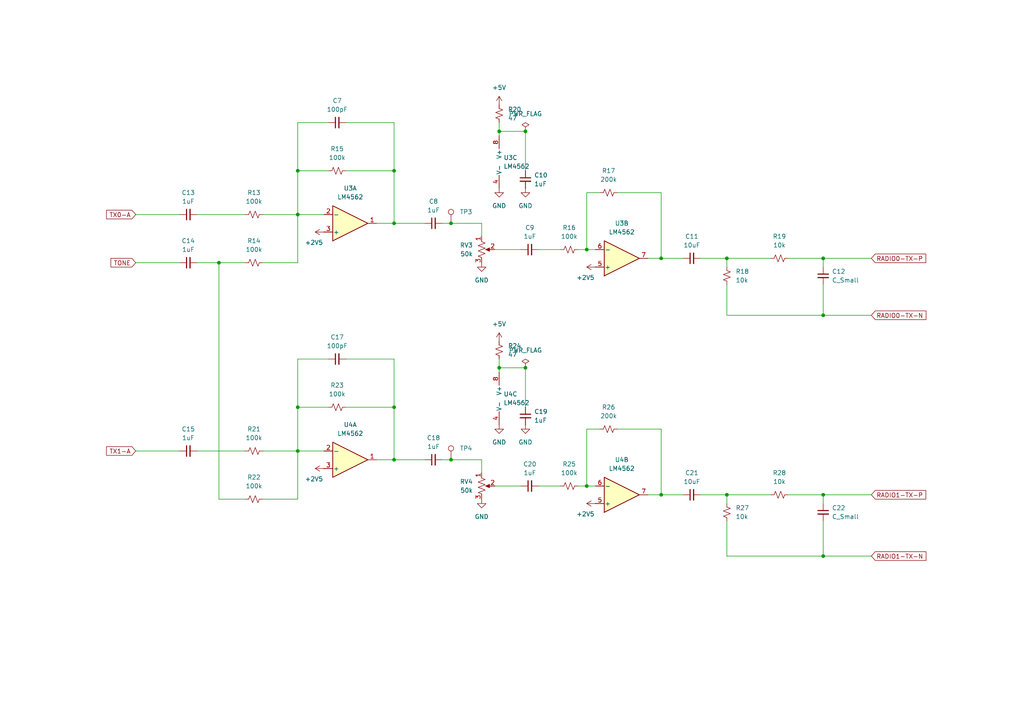
<source format=kicad_sch>
(kicad_sch (version 20231120) (generator "eeschema") (generator_version "8.0")
  (paper "A4")
  (lib_symbols
    (symbol "Amplifier_Operational:LM4562" (pin_names (offset 0.127))
      (property "Reference" "U" (at 0 5.08 0))
      (property "Value" "LM4562" (at 0 -5.08 0))
      (symbol "LM4562_1_1"
        (polyline (pts (xy -5.08 5.08) (xy 5.08 0) (xy -5.08 -5.08) (xy -5.08 5.08)) (stroke (width 0.254)) (fill (type background)))
        (pin output line (at 7.62 0 180) (length 2.54) (name "~") (number "1"))
        (pin input line (at -7.62 -2.54 0) (length 2.54) (name "-") (number "2"))
        (pin input line (at -7.62 2.54 0) (length 2.54) (name "+") (number "3"))
      )
      (symbol "LM4562_2_1"
        (polyline (pts (xy -5.08 5.08) (xy 5.08 0) (xy -5.08 -5.08) (xy -5.08 5.08)) (stroke (width 0.254)) (fill (type background)))
        (pin input line (at -7.62 2.54 0) (length 2.54) (name "+") (number "5"))
        (pin input line (at -7.62 -2.54 0) (length 2.54) (name "-") (number "6"))
        (pin output line (at 7.62 0 180) (length 2.54) (name "~") (number "7"))
      )
      (symbol "LM4562_3_1"
        (pin power_in line (at -2.54 -7.62 90) (length 3.81) (name "V-") (number "4"))
        (pin power_in line (at -2.54 7.62 270) (length 3.81) (name "V+") (number "8"))
      )
    )
    (symbol "Connector:TestPoint" (pin_numbers hide) (pin_names (offset 0.762) hide)
      (property "Reference" "TP" (at 0 6.858 0))
      (property "Value" "TestPoint" (at 0 5.08 0))
      (symbol "TestPoint_0_1"
        (circle (center 0 3.302) (radius 0.762))
      )
      (symbol "TestPoint_1_1"
        (pin passive line (at 0 0 90) (length 2.54) (name "1") (number "1"))
      )
    )
    (symbol "Device:C_Small" (pin_numbers hide) (pin_names (offset 0.254) hide)
      (property "Reference" "C" (at 0.254 1.778 0))
      (property "Value" "C_Small" (at 0.254 -2.032 0))
      (symbol "C_Small_0_1"
        (polyline (pts (xy -1.524 -0.508) (xy 1.524 -0.508)) (stroke (width 0.3302)))
        (polyline (pts (xy -1.524 0.508) (xy 1.524 0.508)) (stroke (width 0.3048)))
      )
      (symbol "C_Small_1_1"
        (pin passive line (at 0 2.54 270) (length 2.032) (name "~") (number "1"))
        (pin passive line (at 0 -2.54 90) (length 2.032) (name "~") (number "2"))
      )
    )
    (symbol "Device:R_Potentiometer_US" (pin_names (offset 1.016) hide)
      (property "Reference" "RV" (at -4.445 0 90))
      (property "Value" "R_Potentiometer_US" (at -2.54 0 90))
      (symbol "R_Potentiometer_US_0_1"
        (polyline (pts (xy 0 -2.286) (xy 0 -2.54)))
        (polyline (pts (xy 0 2.54) (xy 0 2.286)))
        (polyline (pts (xy 2.54 0) (xy 1.524 0)))
        (polyline (pts (xy 1.143 0) (xy 2.286 0.508) (xy 2.286 -0.508) (xy 1.143 0)) (fill (type outline)))
        (polyline (pts (xy 0 -0.762) (xy 1.016 -1.143) (xy 0 -1.524) (xy -1.016 -1.905) (xy 0 -2.286)))
        (polyline (pts (xy 0 0.762) (xy 1.016 0.381) (xy 0 0) (xy -1.016 -0.381) (xy 0 -0.762)))
        (polyline (pts (xy 0 2.286) (xy 1.016 1.905) (xy 0 1.524) (xy -1.016 1.143) (xy 0 0.762)))
      )
      (symbol "R_Potentiometer_US_1_1"
        (pin passive line (at 0 3.81 270) (length 1.27) (name "1") (number "1"))
        (pin passive line (at 3.81 0 180) (length 1.27) (name "2") (number "2"))
        (pin passive line (at 0 -3.81 90) (length 1.27) (name "3") (number "3"))
      )
    )
    (symbol "Device:R_Small_US" (pin_numbers hide) (pin_names (offset 0.254) hide)
      (property "Reference" "R" (at 0.762 0.508 0))
      (property "Value" "R_Small_US" (at 0.762 -1.016 0))
      (symbol "R_Small_US_1_1"
        (polyline (pts (xy 0 0) (xy 1.016 -0.381) (xy 0 -0.762) (xy -1.016 -1.143) (xy 0 -1.524)))
        (polyline (pts (xy 0 1.524) (xy 1.016 1.143) (xy 0 0.762) (xy -1.016 0.381) (xy 0 0)))
        (pin passive line (at 0 2.54 270) (length 1.016) (name "~") (number "1"))
        (pin passive line (at 0 -2.54 90) (length 1.016) (name "~") (number "2"))
      )
    )
    (symbol "power:+2V5" (power) (pin_numbers hide) (pin_names (offset 0) hide)
      (property "Value" "+2V5" (at 0 3.556 0))
      (symbol "+2V5_0_1"
        (polyline (pts (xy -0.762 1.27) (xy 0 2.54)))
        (polyline (pts (xy 0 0) (xy 0 2.54)))
        (polyline (pts (xy 0 2.54) (xy 0.762 1.27)))
      )
      (symbol "+2V5_1_1"
        (pin power_in line (at 0 0 90) (length 0) (name "~") (number "1"))
      )
    )
    (symbol "power:+5V" (power) (pin_numbers hide) (pin_names (offset 0) hide)
      (property "Value" "+5V" (at 0 3.556 0))
      (symbol "+5V_0_1"
        (polyline (pts (xy -0.762 1.27) (xy 0 2.54)))
        (polyline (pts (xy 0 0) (xy 0 2.54)))
        (polyline (pts (xy 0 2.54) (xy 0.762 1.27)))
      )
      (symbol "+5V_1_1"
        (pin power_in line (at 0 0 90) (length 0) (name "~") (number "1"))
      )
    )
    (symbol "power:GND" (power) (pin_numbers hide) (pin_names (offset 0) hide)
      (property "Value" "GND" (at 0 -3.81 0))
      (symbol "GND_0_1"
        (polyline (pts (xy 0 0) (xy 0 -1.27) (xy 1.27 -1.27) (xy 0 -2.54) (xy -1.27 -1.27) (xy 0 -1.27)))
      )
      (symbol "GND_1_1"
        (pin power_in line (at 0 0 270) (length 0) (name "~") (number "1"))
      )
    )
    (symbol "power:PWR_FLAG" (power) (pin_numbers hide) (pin_names (offset 0) hide)
      (property "Value" "PWR_FLAG" (at 0 3.81 0))
      (symbol "PWR_FLAG_0_0"
        (pin power_out line (at 0 0 90) (length 0) (name "~") (number "1"))
      )
      (symbol "PWR_FLAG_0_1"
        (polyline (pts (xy 0 0) (xy 0 1.27) (xy -1.016 1.905) (xy 0 2.54) (xy 1.016 1.905) (xy 0 1.27)))
      )
    )
  )
  (junction (at 238.76 74.93))
  (junction (at 114.3 118.11))
  (junction (at 191.77 74.93))
  (junction (at 114.3 64.77))
  (junction (at 144.78 38.1))
  (junction (at 170.18 140.97))
  (junction (at 238.76 161.29))
  (junction (at 238.76 91.44))
  (junction (at 210.82 74.93))
  (junction (at 210.82 143.51))
  (junction (at 86.36 118.11))
  (junction (at 130.81 133.35))
  (junction (at 114.3 133.35))
  (junction (at 130.81 64.77))
  (junction (at 191.77 143.51))
  (junction (at 152.4 106.68))
  (junction (at 86.36 62.23))
  (junction (at 114.3 49.53))
  (junction (at 238.76 143.51))
  (junction (at 170.18 72.39))
  (junction (at 144.78 106.68))
  (junction (at 86.36 130.81))
  (junction (at 63.5 76.2))
  (junction (at 152.4 38.1))
  (junction (at 86.36 49.53))
  (wire (pts (xy 191.77 143.51) (xy 198.12 143.51)))
  (wire (pts (xy 76.2 144.78) (xy 86.36 144.78)))
  (wire (pts (xy 152.4 49.53) (xy 152.4 38.1)))
  (wire (pts (xy 144.78 35.56) (xy 144.78 38.1)))
  (wire (pts (xy 100.33 49.53) (xy 114.3 49.53)))
  (wire (pts (xy 100.33 118.11) (xy 114.3 118.11)))
  (wire (pts (xy 228.6 74.93) (xy 238.76 74.93)))
  (wire (pts (xy 210.82 143.51) (xy 223.52 143.51)))
  (wire (pts (xy 173.99 55.88) (xy 170.18 55.88)))
  (wire (pts (xy 152.4 106.68) (xy 144.78 106.68)))
  (wire (pts (xy 76.2 76.2) (xy 86.36 76.2)))
  (wire (pts (xy 203.2 74.93) (xy 210.82 74.93)))
  (wire (pts (xy 86.36 35.56) (xy 86.36 49.53)))
  (wire (pts (xy 63.5 76.2) (xy 63.5 144.78)))
  (wire (pts (xy 114.3 133.35) (xy 109.22 133.35)))
  (wire (pts (xy 86.36 118.11) (xy 86.36 130.81)))
  (wire (pts (xy 100.33 35.56) (xy 114.3 35.56)))
  (wire (pts (xy 86.36 144.78) (xy 86.36 130.81)))
  (wire (pts (xy 238.76 91.44) (xy 252.73 91.44)))
  (wire (pts (xy 143.51 140.97) (xy 151.13 140.97)))
  (wire (pts (xy 238.76 161.29) (xy 252.73 161.29)))
  (wire (pts (xy 144.78 106.68) (xy 144.78 107.95)))
  (wire (pts (xy 114.3 118.11) (xy 114.3 133.35)))
  (wire (pts (xy 57.15 62.23) (xy 71.12 62.23)))
  (wire (pts (xy 170.18 140.97) (xy 172.72 140.97)))
  (wire (pts (xy 238.76 143.51) (xy 252.73 143.51)))
  (wire (pts (xy 238.76 74.93) (xy 238.76 77.47)))
  (wire (pts (xy 210.82 74.93) (xy 223.52 74.93)))
  (wire (pts (xy 238.76 82.55) (xy 238.76 91.44)))
  (wire (pts (xy 173.99 124.46) (xy 170.18 124.46)))
  (wire (pts (xy 86.36 49.53) (xy 86.36 62.23)))
  (wire (pts (xy 238.76 143.51) (xy 238.76 146.05)))
  (wire (pts (xy 76.2 62.23) (xy 86.36 62.23)))
  (wire (pts (xy 152.4 118.11) (xy 152.4 106.68)))
  (wire (pts (xy 170.18 72.39) (xy 172.72 72.39)))
  (wire (pts (xy 187.96 143.51) (xy 191.77 143.51)))
  (wire (pts (xy 191.77 55.88) (xy 191.77 74.93)))
  (wire (pts (xy 210.82 151.13) (xy 210.82 161.29)))
  (wire (pts (xy 144.78 38.1) (xy 144.78 39.37)))
  (wire (pts (xy 167.64 140.97) (xy 170.18 140.97)))
  (wire (pts (xy 128.27 133.35) (xy 130.81 133.35)))
  (wire (pts (xy 39.37 130.81) (xy 52.07 130.81)))
  (wire (pts (xy 57.15 130.81) (xy 71.12 130.81)))
  (wire (pts (xy 187.96 74.93) (xy 191.77 74.93)))
  (wire (pts (xy 100.33 104.14) (xy 114.3 104.14)))
  (wire (pts (xy 39.37 76.2) (xy 52.07 76.2)))
  (wire (pts (xy 179.07 124.46) (xy 191.77 124.46)))
  (wire (pts (xy 179.07 55.88) (xy 191.77 55.88)))
  (wire (pts (xy 130.81 64.77) (xy 139.7 64.77)))
  (wire (pts (xy 228.6 143.51) (xy 238.76 143.51)))
  (wire (pts (xy 210.82 161.29) (xy 238.76 161.29)))
  (wire (pts (xy 57.15 76.2) (xy 63.5 76.2)))
  (wire (pts (xy 114.3 49.53) (xy 114.3 64.77)))
  (wire (pts (xy 170.18 124.46) (xy 170.18 140.97)))
  (wire (pts (xy 86.36 49.53) (xy 95.25 49.53)))
  (wire (pts (xy 95.25 104.14) (xy 86.36 104.14)))
  (wire (pts (xy 130.81 133.35) (xy 139.7 133.35)))
  (wire (pts (xy 191.77 124.46) (xy 191.77 143.51)))
  (wire (pts (xy 143.51 72.39) (xy 151.13 72.39)))
  (wire (pts (xy 86.36 62.23) (xy 93.98 62.23)))
  (wire (pts (xy 238.76 151.13) (xy 238.76 161.29)))
  (wire (pts (xy 139.7 64.77) (xy 139.7 68.58)))
  (wire (pts (xy 152.4 38.1) (xy 144.78 38.1)))
  (wire (pts (xy 114.3 64.77) (xy 123.19 64.77)))
  (wire (pts (xy 156.21 72.39) (xy 162.56 72.39)))
  (wire (pts (xy 63.5 76.2) (xy 71.12 76.2)))
  (wire (pts (xy 238.76 74.93) (xy 252.73 74.93)))
  (wire (pts (xy 86.36 130.81) (xy 93.98 130.81)))
  (wire (pts (xy 95.25 35.56) (xy 86.36 35.56)))
  (wire (pts (xy 203.2 143.51) (xy 210.82 143.51)))
  (wire (pts (xy 170.18 55.88) (xy 170.18 72.39)))
  (wire (pts (xy 210.82 74.93) (xy 210.82 77.47)))
  (wire (pts (xy 114.3 133.35) (xy 123.19 133.35)))
  (wire (pts (xy 114.3 64.77) (xy 109.22 64.77)))
  (wire (pts (xy 76.2 130.81) (xy 86.36 130.81)))
  (wire (pts (xy 39.37 62.23) (xy 52.07 62.23)))
  (wire (pts (xy 144.78 104.14) (xy 144.78 106.68)))
  (wire (pts (xy 114.3 104.14) (xy 114.3 118.11)))
  (wire (pts (xy 210.82 82.55) (xy 210.82 91.44)))
  (wire (pts (xy 167.64 72.39) (xy 170.18 72.39)))
  (wire (pts (xy 86.36 76.2) (xy 86.36 62.23)))
  (wire (pts (xy 156.21 140.97) (xy 162.56 140.97)))
  (wire (pts (xy 114.3 35.56) (xy 114.3 49.53)))
  (wire (pts (xy 86.36 118.11) (xy 95.25 118.11)))
  (wire (pts (xy 63.5 144.78) (xy 71.12 144.78)))
  (wire (pts (xy 128.27 64.77) (xy 130.81 64.77)))
  (wire (pts (xy 191.77 74.93) (xy 198.12 74.93)))
  (wire (pts (xy 86.36 104.14) (xy 86.36 118.11)))
  (wire (pts (xy 139.7 133.35) (xy 139.7 137.16)))
  (wire (pts (xy 210.82 91.44) (xy 238.76 91.44)))
  (wire (pts (xy 210.82 143.51) (xy 210.82 146.05)))
  (global_label "RADIO1-TX-N" (shape input) (at 252.73 161.29 0) (property "Intersheetrefs" "${INTERSHEET_REFS}" (effects (hide yes))))
  (global_label "TONE" (shape input) (at 39.37 76.2 180) (property "Intersheetrefs" "${INTERSHEET_REFS}" (effects (hide yes))))
  (global_label "RADIO0-TX-N" (shape input) (at 252.73 91.44 0) (property "Intersheetrefs" "${INTERSHEET_REFS}" (effects (hide yes))))
  (global_label "RADIO1-TX-P" (shape input) (at 252.73 143.51 0) (property "Intersheetrefs" "${INTERSHEET_REFS}" (effects (hide yes))))
  (global_label "TX1-A" (shape input) (at 39.37 130.81 180) (property "Intersheetrefs" "${INTERSHEET_REFS}" (effects (hide yes))))
  (global_label "TX0-A" (shape input) (at 39.37 62.23 180) (property "Intersheetrefs" "${INTERSHEET_REFS}" (effects (hide yes))))
  (global_label "RADIO0-TX-P" (shape input) (at 252.73 74.93 0) (property "Intersheetrefs" "${INTERSHEET_REFS}" (effects (hide yes))))
  (symbol (lib_id "Device:C_Small") (at 54.61 76.2 90) (unit 1)
    (property "Reference" "C14" (at 54.6163 69.85 90))
    (property "Value" "1uF" (at 54.6163 72.39 90))
    (property "Footprint" "Capacitor_SMD:C_0805_2012Metric_Pad1.18x1.45mm_HandSolder" (effects (hide yes)))
    (property "Description" "Unpolarized capacitor, small symbol" (effects (hide yes)))
  )
  (symbol (lib_id "Connector:TestPoint") (at 130.81 64.77 0) (unit 1)
    (property "Reference" "TP3" (at 133.35 61.4679 0) (effects (justify left)))
    (property "Value" "TestPoint" (effects (hide yes)))
    (property "Footprint" "TestPoint:TestPoint_Pad_3.0x3.0mm" (effects (hide yes)))
    (property "Description" "test point" (effects (hide yes)))
  )
  (symbol (lib_id "Device:C_Small") (at 238.76 148.59 0) (unit 1)
    (property "Reference" "C22" (at 241.3 147.3262 0) (effects (justify left)))
    (property "Value" "C_Small" (at 241.3 149.8662 0) (effects (justify left)))
    (property "Footprint" "Capacitor_SMD:C_0805_2012Metric_Pad1.18x1.45mm_HandSolder" (effects (hide yes)))
    (property "Description" "Unpolarized capacitor, small symbol" (effects (hide yes)))
  )
  (symbol (lib_id "Device:C_Small") (at 200.66 143.51 90) (unit 1)
    (property "Reference" "C21" (at 200.6663 137.16 90))
    (property "Value" "10uF" (at 200.6663 139.7 90))
    (property "Footprint" "Capacitor_SMD:C_0805_2012Metric_Pad1.18x1.45mm_HandSolder" (effects (hide yes)))
    (property "Description" "Unpolarized capacitor, small symbol" (effects (hide yes)))
  )
  (symbol (lib_id "power:+2V5") (at 93.98 135.89 90) (unit 1)
    (property "Reference" "#PWR021" (effects (hide yes)))
    (property "Value" "+2V5" (at 93.726 138.938 90) (effects (justify left)))
    (property "Description" "Power symbol creates a global label with name \"+2V5\"" (effects (hide yes)))
  )
  (symbol (lib_id "Amplifier_Operational:LM4562") (at 101.6 133.35 0) (mirror x) (unit 1)
    (property "Reference" "U4" (at 101.6 123.19 0))
    (property "Value" "LM4562" (at 101.6 125.73 0))
    (property "Footprint" "Package_SO:SOIC-8_3.9x4.9mm_P1.27mm" (effects (hide yes)))
    (property "Datasheet" "http://www.ti.com/lit/ds/symlink/lm4562.pdf" (effects (hide yes)))
    (property "Description" "Dual High-Performance, High-Fidelity Audio Operational Amplifier, DIP-8/SOIC-8/TO-99-8" (effects (hide yes)))
  )
  (symbol (lib_id "power:GND") (at 152.4 123.19 0) (unit 1)
    (property "Reference" "#PWR025" (effects (hide yes)))
    (property "Value" "GND" (at 152.4 128.27 0))
    (property "Description" "Power symbol creates a global label with name \"GND\" , ground" (effects (hide yes)))
  )
  (symbol (lib_id "Amplifier_Operational:LM4562") (at 180.34 74.93 0) (mirror x) (unit 2)
    (property "Reference" "U3" (at 180.34 64.77 0))
    (property "Value" "LM4562" (at 180.34 67.31 0))
    (property "Footprint" "Package_SO:SOIC-8_3.9x4.9mm_P1.27mm" (effects (hide yes)))
    (property "Datasheet" "http://www.ti.com/lit/ds/symlink/lm4562.pdf" (effects (hide yes)))
    (property "Description" "Dual High-Performance, High-Fidelity Audio Operational Amplifier, DIP-8/SOIC-8/TO-99-8" (effects (hide yes)))
  )
  (symbol (lib_id "Amplifier_Operational:LM4562") (at 101.6 64.77 0) (mirror x) (unit 1)
    (property "Reference" "U3" (at 101.6 54.61 0))
    (property "Value" "LM4562" (at 101.6 57.15 0))
    (property "Footprint" "Package_SO:SOIC-8_3.9x4.9mm_P1.27mm" (effects (hide yes)))
    (property "Datasheet" "http://www.ti.com/lit/ds/symlink/lm4562.pdf" (effects (hide yes)))
    (property "Description" "Dual High-Performance, High-Fidelity Audio Operational Amplifier, DIP-8/SOIC-8/TO-99-8" (effects (hide yes)))
  )
  (symbol (lib_id "power:PWR_FLAG") (at 152.4 38.1 0) (unit 1)
    (property "Reference" "#FLG07" (effects (hide yes)))
    (property "Value" "PWR_FLAG" (at 152.4 33.02 0))
    (property "Description" "Special symbol for telling ERC where power comes from" (effects (hide yes)))
  )
  (symbol (lib_id "Device:R_Small_US") (at 165.1 140.97 90) (unit 1)
    (property "Reference" "R25" (at 165.1 134.62 90))
    (property "Value" "100k" (at 165.1 137.16 90))
    (property "Footprint" "Resistor_SMD:R_0805_2012Metric_Pad1.20x1.40mm_HandSolder" (effects (hide yes)))
    (property "Description" "Resistor, small US symbol" (effects (hide yes)))
  )
  (symbol (lib_id "Device:C_Small") (at 125.73 133.35 90) (unit 1)
    (property "Reference" "C18" (at 125.7363 127 90))
    (property "Value" "1uF" (at 125.7363 129.54 90))
    (property "Footprint" "Capacitor_SMD:C_0805_2012Metric_Pad1.18x1.45mm_HandSolder" (effects (hide yes)))
    (property "Description" "Unpolarized capacitor, small symbol" (effects (hide yes)))
  )
  (symbol (lib_id "Device:R_Small_US") (at 226.06 143.51 90) (unit 1)
    (property "Reference" "R28" (at 226.06 137.16 90))
    (property "Value" "10k" (at 226.06 139.7 90))
    (property "Footprint" "Resistor_SMD:R_0805_2012Metric_Pad1.20x1.40mm_HandSolder" (effects (hide yes)))
    (property "Description" "Resistor, small US symbol" (effects (hide yes)))
  )
  (symbol (lib_id "Device:C_Small") (at 152.4 52.07 0) (unit 1)
    (property "Reference" "C10" (at 154.94 50.8062 0) (effects (justify left)))
    (property "Value" "1uF" (at 154.94 53.3462 0) (effects (justify left)))
    (property "Footprint" "Capacitor_SMD:C_0805_2012Metric_Pad1.18x1.45mm_HandSolder" (effects (hide yes)))
    (property "Description" "Unpolarized capacitor, small symbol" (effects (hide yes)))
  )
  (symbol (lib_id "Device:C_Small") (at 125.73 64.77 90) (unit 1)
    (property "Reference" "C8" (at 125.7363 58.42 90))
    (property "Value" "1uF" (at 125.7363 60.96 90))
    (property "Footprint" "Capacitor_SMD:C_0805_2012Metric_Pad1.18x1.45mm_HandSolder" (effects (hide yes)))
    (property "Description" "Unpolarized capacitor, small symbol" (effects (hide yes)))
  )
  (symbol (lib_id "Amplifier_Operational:LM4562") (at 142.24 115.57 0) (mirror y) (unit 3)
    (property "Reference" "U4" (at 146.05 114.2999 0) (effects (justify right)))
    (property "Value" "LM4562" (at 146.05 116.8399 0) (effects (justify right)))
    (property "Footprint" "Package_SO:SOIC-8_3.9x4.9mm_P1.27mm" (effects (hide yes)))
    (property "Datasheet" "http://www.ti.com/lit/ds/symlink/lm4562.pdf" (effects (hide yes)))
    (property "Description" "Dual High-Performance, High-Fidelity Audio Operational Amplifier, DIP-8/SOIC-8/TO-99-8" (effects (hide yes)))
  )
  (symbol (lib_id "power:GND") (at 144.78 123.19 0) (unit 1)
    (property "Reference" "#PWR024" (effects (hide yes)))
    (property "Value" "GND" (at 144.78 128.27 0))
    (property "Description" "Power symbol creates a global label with name \"GND\" , ground" (effects (hide yes)))
  )
  (symbol (lib_id "power:PWR_FLAG") (at 152.4 106.68 0) (unit 1)
    (property "Reference" "#FLG08" (effects (hide yes)))
    (property "Value" "PWR_FLAG" (at 152.4 101.6 0))
    (property "Description" "Special symbol for telling ERC where power comes from" (effects (hide yes)))
  )
  (symbol (lib_id "Device:R_Potentiometer_US") (at 139.7 72.39 0) (unit 1)
    (property "Reference" "RV3" (at 137.16 71.1199 0) (effects (justify right)))
    (property "Value" "50k" (at 137.16 73.6599 0) (effects (justify right)))
    (property "Footprint" "bruce-footprints:POT_3362P" (effects (hide yes)))
    (property "Description" "Potentiometer, US symbol" (effects (hide yes)))
  )
  (symbol (lib_id "Device:R_Small_US") (at 176.53 124.46 90) (unit 1)
    (property "Reference" "R26" (at 176.53 118.11 90))
    (property "Value" "200k" (at 176.53 120.65 90))
    (property "Footprint" "Resistor_SMD:R_0805_2012Metric_Pad1.20x1.40mm_HandSolder" (effects (hide yes)))
    (property "Description" "Resistor, small US symbol" (effects (hide yes)))
  )
  (symbol (lib_id "Device:R_Small_US") (at 97.79 49.53 90) (unit 1)
    (property "Reference" "R15" (at 97.79 43.18 90))
    (property "Value" "100k" (at 97.79 45.72 90))
    (property "Footprint" "Resistor_SMD:R_0805_2012Metric_Pad1.20x1.40mm_HandSolder" (effects (hide yes)))
    (property "Description" "Resistor, small US symbol" (effects (hide yes)))
  )
  (symbol (lib_id "power:GND") (at 144.78 54.61 0) (unit 1)
    (property "Reference" "#PWR015" (effects (hide yes)))
    (property "Value" "GND" (at 144.78 59.69 0))
    (property "Description" "Power symbol creates a global label with name \"GND\" , ground" (effects (hide yes)))
  )
  (symbol (lib_id "power:+2V5") (at 93.98 67.31 90) (unit 1)
    (property "Reference" "#PWR013" (effects (hide yes)))
    (property "Value" "+2V5" (at 93.726 70.358 90) (effects (justify left)))
    (property "Description" "Power symbol creates a global label with name \"+2V5\"" (effects (hide yes)))
  )
  (symbol (lib_id "Device:R_Small_US") (at 210.82 80.01 0) (unit 1)
    (property "Reference" "R18" (at 213.36 78.7399 0) (effects (justify left)))
    (property "Value" "10k" (at 213.36 81.2799 0) (effects (justify left)))
    (property "Footprint" "Resistor_SMD:R_0805_2012Metric_Pad1.20x1.40mm_HandSolder" (effects (hide yes)))
    (property "Description" "Resistor, small US symbol" (effects (hide yes)))
  )
  (symbol (lib_id "Device:R_Small_US") (at 226.06 74.93 90) (unit 1)
    (property "Reference" "R19" (at 226.06 68.58 90))
    (property "Value" "10k" (at 226.06 71.12 90))
    (property "Footprint" "Resistor_SMD:R_0805_2012Metric_Pad1.20x1.40mm_HandSolder" (effects (hide yes)))
    (property "Description" "Resistor, small US symbol" (effects (hide yes)))
  )
  (symbol (lib_id "Device:C_Small") (at 97.79 104.14 90) (unit 1)
    (property "Reference" "C17" (at 97.7963 97.79 90))
    (property "Value" "100pF" (at 97.7963 100.33 90))
    (property "Footprint" "Capacitor_SMD:C_0805_2012Metric_Pad1.18x1.45mm_HandSolder" (effects (hide yes)))
    (property "Description" "Unpolarized capacitor, small symbol" (effects (hide yes)))
  )
  (symbol (lib_id "Device:R_Small_US") (at 165.1 72.39 90) (unit 1)
    (property "Reference" "R16" (at 165.1 66.04 90))
    (property "Value" "100k" (at 165.1 68.58 90))
    (property "Footprint" "Resistor_SMD:R_0805_2012Metric_Pad1.20x1.40mm_HandSolder" (effects (hide yes)))
    (property "Description" "Resistor, small US symbol" (effects (hide yes)))
  )
  (symbol (lib_id "Device:R_Small_US") (at 73.66 130.81 90) (unit 1)
    (property "Reference" "R21" (at 73.66 124.46 90))
    (property "Value" "100k" (at 73.66 127 90))
    (property "Footprint" "Resistor_SMD:R_0805_2012Metric_Pad1.20x1.40mm_HandSolder" (effects (hide yes)))
    (property "Description" "Resistor, small US symbol" (effects (hide yes)))
  )
  (symbol (lib_id "Device:C_Small") (at 54.61 130.81 90) (unit 1)
    (property "Reference" "C15" (at 54.6163 124.46 90))
    (property "Value" "1uF" (at 54.6163 127 90))
    (property "Footprint" "Capacitor_SMD:C_0805_2012Metric_Pad1.18x1.45mm_HandSolder" (effects (hide yes)))
    (property "Description" "Unpolarized capacitor, small symbol" (effects (hide yes)))
  )
  (symbol (lib_id "Device:C_Small") (at 152.4 120.65 0) (unit 1)
    (property "Reference" "C19" (at 154.94 119.3862 0) (effects (justify left)))
    (property "Value" "1uF" (at 154.94 121.9262 0) (effects (justify left)))
    (property "Footprint" "Capacitor_SMD:C_0805_2012Metric_Pad1.18x1.45mm_HandSolder" (effects (hide yes)))
    (property "Description" "Unpolarized capacitor, small symbol" (effects (hide yes)))
  )
  (symbol (lib_id "Connector:TestPoint") (at 130.81 133.35 0) (unit 1)
    (property "Reference" "TP4" (at 133.35 130.0479 0) (effects (justify left)))
    (property "Value" "TestPoint" (effects (hide yes)))
    (property "Footprint" "TestPoint:TestPoint_Pad_3.0x3.0mm" (effects (hide yes)))
    (property "Description" "test point" (effects (hide yes)))
  )
  (symbol (lib_id "Device:C_Small") (at 200.66 74.93 90) (unit 1)
    (property "Reference" "C11" (at 200.6663 68.58 90))
    (property "Value" "10uF" (at 200.6663 71.12 90))
    (property "Footprint" "Capacitor_SMD:C_0805_2012Metric_Pad1.18x1.45mm_HandSolder" (effects (hide yes)))
    (property "Description" "Unpolarized capacitor, small symbol" (effects (hide yes)))
  )
  (symbol (lib_id "power:GND") (at 139.7 144.78 0) (unit 1)
    (property "Reference" "#PWR022" (effects (hide yes)))
    (property "Value" "GND" (at 139.7 149.86 0))
    (property "Description" "Power symbol creates a global label with name \"GND\" , ground" (effects (hide yes)))
  )
  (symbol (lib_id "power:+5V") (at 144.78 99.06 0) (unit 1)
    (property "Reference" "#PWR023" (effects (hide yes)))
    (property "Value" "+5V" (at 144.78 93.98 0))
    (property "Description" "Power symbol creates a global label with name \"+5V\"" (effects (hide yes)))
  )
  (symbol (lib_id "Device:C_Small") (at 97.79 35.56 90) (unit 1)
    (property "Reference" "C7" (at 97.7963 29.21 90))
    (property "Value" "100pF" (at 97.7963 31.75 90))
    (property "Footprint" "Capacitor_SMD:C_0805_2012Metric_Pad1.18x1.45mm_HandSolder" (effects (hide yes)))
    (property "Description" "Unpolarized capacitor, small symbol" (effects (hide yes)))
  )
  (symbol (lib_id "Device:R_Small_US") (at 73.66 62.23 90) (unit 1)
    (property "Reference" "R13" (at 73.66 55.88 90))
    (property "Value" "100k" (at 73.66 58.42 90))
    (property "Footprint" "Resistor_SMD:R_0805_2012Metric_Pad1.20x1.40mm_HandSolder" (effects (hide yes)))
    (property "Description" "Resistor, small US symbol" (effects (hide yes)))
  )
  (symbol (lib_id "power:+2V5") (at 172.72 146.05 90) (unit 1)
    (property "Reference" "#PWR026" (effects (hide yes)))
    (property "Value" "+2V5" (at 172.466 149.098 90) (effects (justify left)))
    (property "Description" "Power symbol creates a global label with name \"+2V5\"" (effects (hide yes)))
  )
  (symbol (lib_id "Device:C_Small") (at 153.67 72.39 90) (unit 1)
    (property "Reference" "C9" (at 153.6763 66.04 90))
    (property "Value" "1uF" (at 153.6763 68.58 90))
    (property "Footprint" "Capacitor_SMD:C_0805_2012Metric_Pad1.18x1.45mm_HandSolder" (effects (hide yes)))
    (property "Description" "Unpolarized capacitor, small symbol" (effects (hide yes)))
  )
  (symbol (lib_id "Device:R_Small_US") (at 144.78 33.02 180) (unit 1)
    (property "Reference" "R20" (at 147.32 31.7499 0) (effects (justify right)))
    (property "Value" "47" (at 147.32 34.2899 0) (effects (justify right)))
    (property "Footprint" "Resistor_SMD:R_0805_2012Metric_Pad1.20x1.40mm_HandSolder" (effects (hide yes)))
    (property "Description" "Resistor, small US symbol" (effects (hide yes)))
  )
  (symbol (lib_id "Device:R_Small_US") (at 97.79 118.11 90) (unit 1)
    (property "Reference" "R23" (at 97.79 111.76 90))
    (property "Value" "100k" (at 97.79 114.3 90))
    (property "Footprint" "Resistor_SMD:R_0805_2012Metric_Pad1.20x1.40mm_HandSolder" (effects (hide yes)))
    (property "Description" "Resistor, small US symbol" (effects (hide yes)))
  )
  (symbol (lib_id "Amplifier_Operational:LM4562") (at 180.34 143.51 0) (mirror x) (unit 2)
    (property "Reference" "U4" (at 180.34 133.35 0))
    (property "Value" "LM4562" (at 180.34 135.89 0))
    (property "Footprint" "Package_SO:SOIC-8_3.9x4.9mm_P1.27mm" (effects (hide yes)))
    (property "Datasheet" "http://www.ti.com/lit/ds/symlink/lm4562.pdf" (effects (hide yes)))
    (property "Description" "Dual High-Performance, High-Fidelity Audio Operational Amplifier, DIP-8/SOIC-8/TO-99-8" (effects (hide yes)))
  )
  (symbol (lib_id "Device:R_Small_US") (at 73.66 76.2 90) (unit 1)
    (property "Reference" "R14" (at 73.66 69.85 90))
    (property "Value" "100k" (at 73.66 72.39 90))
    (property "Footprint" "Resistor_SMD:R_0805_2012Metric_Pad1.20x1.40mm_HandSolder" (effects (hide yes)))
    (property "Description" "Resistor, small US symbol" (effects (hide yes)))
  )
  (symbol (lib_id "Device:R_Small_US") (at 73.66 144.78 90) (unit 1)
    (property "Reference" "R22" (at 73.66 138.43 90))
    (property "Value" "100k" (at 73.66 140.97 90))
    (property "Footprint" "Resistor_SMD:R_0805_2012Metric_Pad1.20x1.40mm_HandSolder" (effects (hide yes)))
    (property "Description" "Resistor, small US symbol" (effects (hide yes)))
  )
  (symbol (lib_id "power:GND") (at 152.4 54.61 0) (unit 1)
    (property "Reference" "#PWR016" (effects (hide yes)))
    (property "Value" "GND" (at 152.4 59.69 0))
    (property "Description" "Power symbol creates a global label with name \"GND\" , ground" (effects (hide yes)))
  )
  (symbol (lib_id "Device:R_Small_US") (at 176.53 55.88 90) (unit 1)
    (property "Reference" "R17" (at 176.53 49.53 90))
    (property "Value" "200k" (at 176.53 52.07 90))
    (property "Footprint" "Resistor_SMD:R_0805_2012Metric_Pad1.20x1.40mm_HandSolder" (effects (hide yes)))
    (property "Description" "Resistor, small US symbol" (effects (hide yes)))
  )
  (symbol (lib_id "power:GND") (at 139.7 76.2 0) (unit 1)
    (property "Reference" "#PWR014" (effects (hide yes)))
    (property "Value" "GND" (at 139.7 81.28 0))
    (property "Description" "Power symbol creates a global label with name \"GND\" , ground" (effects (hide yes)))
  )
  (symbol (lib_id "Device:C_Small") (at 54.61 62.23 90) (unit 1)
    (property "Reference" "C13" (at 54.6163 55.88 90))
    (property "Value" "1uF" (at 54.6163 58.42 90))
    (property "Footprint" "Capacitor_SMD:C_0805_2012Metric_Pad1.18x1.45mm_HandSolder" (effects (hide yes)))
    (property "Description" "Unpolarized capacitor, small symbol" (effects (hide yes)))
  )
  (symbol (lib_id "power:+2V5") (at 172.72 77.47 90) (unit 1)
    (property "Reference" "#PWR017" (effects (hide yes)))
    (property "Value" "+2V5" (at 172.466 80.518 90) (effects (justify left)))
    (property "Description" "Power symbol creates a global label with name \"+2V5\"" (effects (hide yes)))
  )
  (symbol (lib_id "Device:R_Potentiometer_US") (at 139.7 140.97 0) (unit 1)
    (property "Reference" "RV4" (at 137.16 139.6999 0) (effects (justify right)))
    (property "Value" "50k" (at 137.16 142.2399 0) (effects (justify right)))
    (property "Footprint" "bruce-footprints:POT_3362P" (effects (hide yes)))
    (property "Description" "Potentiometer, US symbol" (effects (hide yes)))
  )
  (symbol (lib_id "Device:C_Small") (at 238.76 80.01 0) (unit 1)
    (property "Reference" "C12" (at 241.3 78.7462 0) (effects (justify left)))
    (property "Value" "C_Small" (at 241.3 81.2862 0) (effects (justify left)))
    (property "Footprint" "Capacitor_SMD:C_0805_2012Metric_Pad1.18x1.45mm_HandSolder" (effects (hide yes)))
    (property "Description" "Unpolarized capacitor, small symbol" (effects (hide yes)))
  )
  (symbol (lib_id "power:+5V") (at 144.78 30.48 0) (unit 1)
    (property "Reference" "#PWR020" (effects (hide yes)))
    (property "Value" "+5V" (at 144.78 25.4 0))
    (property "Description" "Power symbol creates a global label with name \"+5V\"" (effects (hide yes)))
  )
  (symbol (lib_id "Device:C_Small") (at 153.67 140.97 90) (unit 1)
    (property "Reference" "C20" (at 153.6763 134.62 90))
    (property "Value" "1uF" (at 153.6763 137.16 90))
    (property "Footprint" "Capacitor_SMD:C_0805_2012Metric_Pad1.18x1.45mm_HandSolder" (effects (hide yes)))
    (property "Description" "Unpolarized capacitor, small symbol" (effects (hide yes)))
  )
  (symbol (lib_id "Device:R_Small_US") (at 210.82 148.59 0) (unit 1)
    (property "Reference" "R27" (at 213.36 147.3199 0) (effects (justify left)))
    (property "Value" "10k" (at 213.36 149.8599 0) (effects (justify left)))
    (property "Footprint" "Resistor_SMD:R_0805_2012Metric_Pad1.20x1.40mm_HandSolder" (effects (hide yes)))
    (property "Description" "Resistor, small US symbol" (effects (hide yes)))
  )
  (symbol (lib_id "Device:R_Small_US") (at 144.78 101.6 180) (unit 1)
    (property "Reference" "R24" (at 147.32 100.3299 0) (effects (justify right)))
    (property "Value" "47" (at 147.32 102.8699 0) (effects (justify right)))
    (property "Footprint" "Resistor_SMD:R_0805_2012Metric_Pad1.20x1.40mm_HandSolder" (effects (hide yes)))
    (property "Description" "Resistor, small US symbol" (effects (hide yes)))
  )
  (symbol (lib_id "Amplifier_Operational:LM4562") (at 142.24 46.99 0) (mirror y) (unit 3)
    (property "Reference" "U3" (at 146.05 45.7199 0) (effects (justify right)))
    (property "Value" "LM4562" (at 146.05 48.2599 0) (effects (justify right)))
    (property "Footprint" "Package_SO:SOIC-8_3.9x4.9mm_P1.27mm" (effects (hide yes)))
    (property "Datasheet" "http://www.ti.com/lit/ds/symlink/lm4562.pdf" (effects (hide yes)))
    (property "Description" "Dual High-Performance, High-Fidelity Audio Operational Amplifier, DIP-8/SOIC-8/TO-99-8" (effects (hide yes)))
  )
)
</source>
